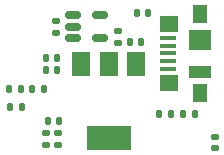
<source format=gbr>
%TF.GenerationSoftware,KiCad,Pcbnew,(6.0.0)*%
%TF.CreationDate,2022-03-25T10:48:22+03:00*%
%TF.ProjectId,Ringturnpage,52696e67-7475-4726-9e70-6167652e6b69,rev?*%
%TF.SameCoordinates,Original*%
%TF.FileFunction,Paste,Bot*%
%TF.FilePolarity,Positive*%
%FSLAX46Y46*%
G04 Gerber Fmt 4.6, Leading zero omitted, Abs format (unit mm)*
G04 Created by KiCad (PCBNEW (6.0.0)) date 2022-03-25 10:48:22*
%MOMM*%
%LPD*%
G01*
G04 APERTURE LIST*
G04 Aperture macros list*
%AMRoundRect*
0 Rectangle with rounded corners*
0 $1 Rounding radius*
0 $2 $3 $4 $5 $6 $7 $8 $9 X,Y pos of 4 corners*
0 Add a 4 corners polygon primitive as box body*
4,1,4,$2,$3,$4,$5,$6,$7,$8,$9,$2,$3,0*
0 Add four circle primitives for the rounded corners*
1,1,$1+$1,$2,$3*
1,1,$1+$1,$4,$5*
1,1,$1+$1,$6,$7*
1,1,$1+$1,$8,$9*
0 Add four rect primitives between the rounded corners*
20,1,$1+$1,$2,$3,$4,$5,0*
20,1,$1+$1,$4,$5,$6,$7,0*
20,1,$1+$1,$6,$7,$8,$9,0*
20,1,$1+$1,$8,$9,$2,$3,0*%
G04 Aperture macros list end*
%ADD10RoundRect,0.135000X-0.185000X0.135000X-0.185000X-0.135000X0.185000X-0.135000X0.185000X0.135000X0*%
%ADD11RoundRect,0.135000X-0.135000X-0.185000X0.135000X-0.185000X0.135000X0.185000X-0.135000X0.185000X0*%
%ADD12RoundRect,0.140000X0.140000X0.170000X-0.140000X0.170000X-0.140000X-0.170000X0.140000X-0.170000X0*%
%ADD13R,1.380000X0.450000*%
%ADD14R,1.300000X1.650000*%
%ADD15R,1.550000X1.425000*%
%ADD16R,1.900000X1.800000*%
%ADD17R,1.900000X1.000000*%
%ADD18RoundRect,0.150000X-0.512500X-0.150000X0.512500X-0.150000X0.512500X0.150000X-0.512500X0.150000X0*%
%ADD19RoundRect,0.140000X-0.140000X-0.170000X0.140000X-0.170000X0.140000X0.170000X-0.140000X0.170000X0*%
%ADD20RoundRect,0.140000X-0.170000X0.140000X-0.170000X-0.140000X0.170000X-0.140000X0.170000X0.140000X0*%
%ADD21RoundRect,0.140000X0.170000X-0.140000X0.170000X0.140000X-0.170000X0.140000X-0.170000X-0.140000X0*%
%ADD22R,1.500000X2.000000*%
%ADD23R,3.800000X2.000000*%
%ADD24RoundRect,0.135000X0.135000X0.185000X-0.135000X0.185000X-0.135000X-0.185000X0.135000X-0.185000X0*%
G04 APERTURE END LIST*
D10*
%TO.C,R1*%
X145310000Y-87550000D03*
X145310000Y-88570000D03*
%TD*%
D11*
%TO.C,R5*%
X150850000Y-94570000D03*
X151870000Y-94570000D03*
%TD*%
D12*
%TO.C,C2*%
X147330000Y-88510000D03*
X146370000Y-88510000D03*
%TD*%
D11*
%TO.C,R2*%
X136080000Y-92490000D03*
X137100000Y-92490000D03*
%TD*%
D12*
%TO.C,C9*%
X140180000Y-89870000D03*
X139220000Y-89870000D03*
%TD*%
D11*
%TO.C,R3*%
X138040000Y-92490000D03*
X139060000Y-92490000D03*
%TD*%
D13*
%TO.C,J1*%
X149600000Y-88160000D03*
X149600000Y-88810000D03*
X149600000Y-89460000D03*
X149600000Y-90110000D03*
X149600000Y-90760000D03*
D14*
X152260000Y-92835000D03*
D15*
X149685000Y-86972500D03*
D14*
X152260000Y-86085000D03*
D16*
X152260000Y-88310000D03*
D17*
X152260000Y-91010000D03*
D15*
X149685000Y-91947500D03*
%TD*%
D18*
%TO.C,U1*%
X141520000Y-88140000D03*
X141520000Y-87190000D03*
X141520000Y-86240000D03*
X143795000Y-86240000D03*
X143795000Y-88140000D03*
%TD*%
D19*
%TO.C,C8*%
X139230000Y-90850000D03*
X140190000Y-90850000D03*
%TD*%
D11*
%TO.C,R4*%
X148800000Y-94560000D03*
X149820000Y-94560000D03*
%TD*%
D20*
%TO.C,C5*%
X140270000Y-96240000D03*
X140270000Y-97200000D03*
%TD*%
%TO.C,C3*%
X140060000Y-86750000D03*
X140060000Y-87710000D03*
%TD*%
D12*
%TO.C,C4*%
X140360000Y-95180000D03*
X139400000Y-95180000D03*
%TD*%
D21*
%TO.C,C7*%
X153550000Y-97470000D03*
X153550000Y-96510000D03*
%TD*%
D22*
%TO.C,U2*%
X142250000Y-90330000D03*
D23*
X144550000Y-96630000D03*
D22*
X144550000Y-90330000D03*
X146850000Y-90330000D03*
%TD*%
D24*
%TO.C,R6*%
X137210000Y-94010000D03*
X136190000Y-94010000D03*
%TD*%
D12*
%TO.C,C1*%
X147890000Y-86060000D03*
X146930000Y-86060000D03*
%TD*%
D21*
%TO.C,C6*%
X139250000Y-97190000D03*
X139250000Y-96230000D03*
%TD*%
M02*

</source>
